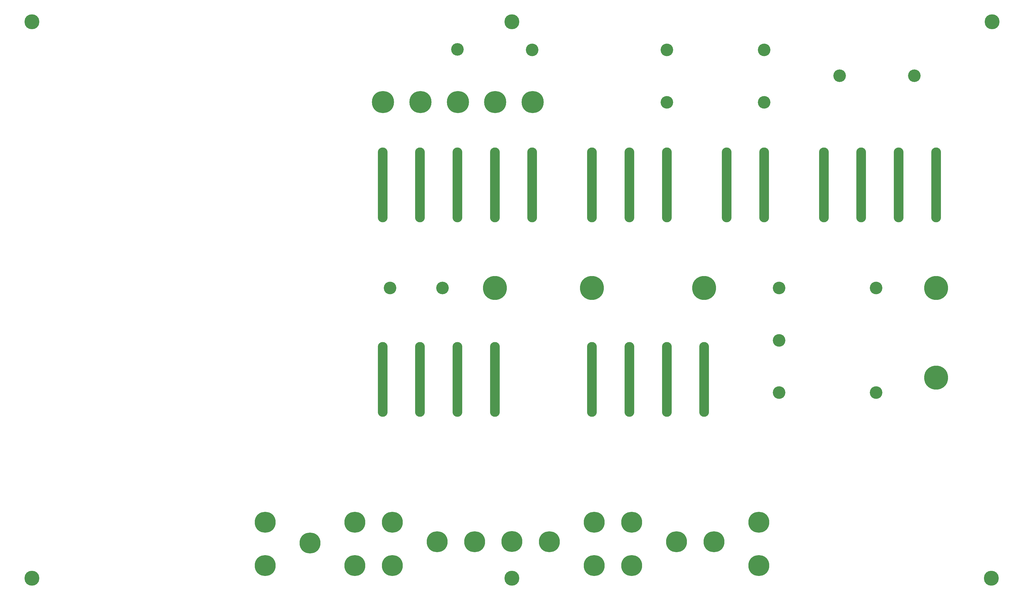
<source format=gbr>
%TF.GenerationSoftware,KiCad,Pcbnew,9.0.1*%
%TF.CreationDate,2025-10-30T11:07:37+00:00*%
%TF.ProjectId,WEASEL_KiCad,57454153-454c-45f4-9b69-4361642e6b69,rev?*%
%TF.SameCoordinates,Original*%
%TF.FileFunction,Soldermask,Bot*%
%TF.FilePolarity,Negative*%
%FSLAX46Y46*%
G04 Gerber Fmt 4.6, Leading zero omitted, Abs format (unit mm)*
G04 Created by KiCad (PCBNEW 9.0.1) date 2025-10-30 11:07:37*
%MOMM*%
%LPD*%
G01*
G04 APERTURE LIST*
%ADD10C,4.200000*%
%ADD11C,7.000000*%
%ADD12O,3.300000X25.000000*%
%ADD13C,8.000000*%
%ADD14C,5.000000*%
%ADD15C,7.400000*%
G04 APERTURE END LIST*
D10*
%TO.C,REF\u002A\u002A*%
X303747300Y-308000000D03*
%TD*%
D11*
%TO.C,REF\u002A\u002A*%
X182000000Y-392750000D03*
%TD*%
D12*
%TO.C,REF\u002A\u002A*%
X138750000Y-338500000D03*
%TD*%
%TO.C,REF\u002A\u002A*%
X253750000Y-273500000D03*
%TD*%
D10*
%TO.C,REF\u002A\u002A*%
X266250000Y-245880000D03*
%TD*%
D11*
%TO.C,REF\u002A\u002A*%
X129502700Y-400800000D03*
%TD*%
%TO.C,REF\u002A\u002A*%
X264502700Y-400800000D03*
%TD*%
%TO.C,REF\u002A\u002A*%
X209502700Y-400800000D03*
%TD*%
D13*
%TO.C,REF\u002A\u002A*%
X176247300Y-307965800D03*
%TD*%
D10*
%TO.C,REF\u002A\u002A*%
X303747300Y-342965800D03*
%TD*%
D12*
%TO.C,REF\u002A\u002A*%
X151250000Y-273500000D03*
%TD*%
D11*
%TO.C,REF\u002A\u002A*%
X157002700Y-392800000D03*
%TD*%
D14*
%TO.C,*%
X182000000Y-219000000D03*
%TD*%
D15*
%TO.C,REF\u002A\u002A*%
X138900000Y-245780000D03*
%TD*%
D10*
%TO.C,REF\u002A\u002A*%
X271247300Y-307965800D03*
%TD*%
D14*
%TO.C,*%
X21500000Y-405000000D03*
%TD*%
D10*
%TO.C,REF\u002A\u002A*%
X188750000Y-228380000D03*
%TD*%
D12*
%TO.C,REF\u002A\u002A*%
X208750000Y-338500000D03*
%TD*%
D10*
%TO.C,REF\u002A\u002A*%
X163750000Y-228250000D03*
%TD*%
D11*
%TO.C,REF\u002A\u002A*%
X209502700Y-386300000D03*
%TD*%
D15*
%TO.C,REF\u002A\u002A*%
X163900000Y-245780000D03*
%TD*%
D12*
%TO.C,REF\u002A\u002A*%
X246250000Y-338500000D03*
%TD*%
%TO.C,REF\u002A\u002A*%
X151250000Y-338500000D03*
%TD*%
D11*
%TO.C,REF\u002A\u002A*%
X222002700Y-400800000D03*
%TD*%
%TO.C,REF\u002A\u002A*%
X99500000Y-386300000D03*
%TD*%
D12*
%TO.C,REF\u002A\u002A*%
X163750000Y-273500000D03*
%TD*%
%TO.C,REF\u002A\u002A*%
X176250000Y-338500000D03*
%TD*%
%TO.C,REF\u002A\u002A*%
X163750000Y-338500000D03*
%TD*%
D10*
%TO.C,REF\u002A\u002A*%
X158747300Y-307965800D03*
%TD*%
D14*
%TO.C,*%
X342500000Y-219000000D03*
%TD*%
D15*
%TO.C,REF\u002A\u002A*%
X151400000Y-245780000D03*
%TD*%
%TO.C,REF\u002A\u002A*%
X176400000Y-245780000D03*
%TD*%
D12*
%TO.C,REF\u002A\u002A*%
X176250000Y-273500000D03*
%TD*%
D13*
%TO.C,REF\u002A\u002A*%
X208747300Y-307965800D03*
%TD*%
D12*
%TO.C,REF\u002A\u002A*%
X311250000Y-273500000D03*
%TD*%
%TO.C,REF\u002A\u002A*%
X323750000Y-273500000D03*
%TD*%
D10*
%TO.C,REF\u002A\u002A*%
X233750000Y-245880000D03*
%TD*%
%TO.C,REF\u002A\u002A*%
X271247300Y-342965800D03*
%TD*%
D11*
%TO.C,REF\u002A\u002A*%
X169502700Y-392800000D03*
%TD*%
D12*
%TO.C,REF\u002A\u002A*%
X233750000Y-338500000D03*
%TD*%
D11*
%TO.C,REF\u002A\u002A*%
X129502700Y-386300000D03*
%TD*%
%TO.C,REF\u002A\u002A*%
X99500000Y-400750000D03*
%TD*%
%TO.C,REF\u002A\u002A*%
X222002700Y-386300000D03*
%TD*%
D12*
%TO.C,REF\u002A\u002A*%
X286250000Y-273500000D03*
%TD*%
D14*
%TO.C,REF\u002A\u002A*%
X21500000Y-219000000D03*
%TD*%
D10*
%TO.C,REF\u002A\u002A*%
X316500000Y-237000000D03*
%TD*%
D11*
%TO.C,REF\u002A\u002A*%
X264502700Y-386270000D03*
%TD*%
D12*
%TO.C,REF\u002A\u002A*%
X188750000Y-273500000D03*
%TD*%
D14*
%TO.C,*%
X182000000Y-405000000D03*
%TD*%
D13*
%TO.C,REF\u002A\u002A*%
X323747300Y-337965800D03*
%TD*%
D12*
%TO.C,REF\u002A\u002A*%
X138750000Y-273500000D03*
%TD*%
D11*
%TO.C,REF\u002A\u002A*%
X142002700Y-386300000D03*
%TD*%
%TO.C,REF\u002A\u002A*%
X249502700Y-392800000D03*
%TD*%
D10*
%TO.C,REF\u002A\u002A*%
X291500000Y-237000000D03*
%TD*%
D11*
%TO.C,REF\u002A\u002A*%
X114500000Y-393250000D03*
%TD*%
D10*
%TO.C,REF\u002A\u002A*%
X141247300Y-307965800D03*
%TD*%
%TO.C,REF\u002A\u002A*%
X266250000Y-228380000D03*
%TD*%
D12*
%TO.C,REF\u002A\u002A*%
X221250000Y-273500000D03*
%TD*%
D14*
%TO.C,*%
X342250000Y-405000000D03*
%TD*%
D11*
%TO.C,REF\u002A\u002A*%
X237002700Y-392800000D03*
%TD*%
D12*
%TO.C,REF\u002A\u002A*%
X233750000Y-273500000D03*
%TD*%
D10*
%TO.C,REF\u002A\u002A*%
X233750000Y-228380000D03*
%TD*%
D13*
%TO.C,REF\u002A\u002A*%
X323747300Y-307965800D03*
%TD*%
D12*
%TO.C,REF\u002A\u002A*%
X208750000Y-273500000D03*
%TD*%
D11*
%TO.C,REF\u002A\u002A*%
X194502700Y-392800000D03*
%TD*%
D12*
%TO.C,REF\u002A\u002A*%
X266250000Y-273500000D03*
%TD*%
%TO.C,REF\u002A\u002A*%
X221250000Y-338500000D03*
%TD*%
D11*
%TO.C,REF\u002A\u002A*%
X142002700Y-400800000D03*
%TD*%
D10*
%TO.C,REF\u002A\u002A*%
X271247300Y-325465800D03*
%TD*%
D12*
%TO.C,REF\u002A\u002A*%
X298750000Y-273500000D03*
%TD*%
D13*
%TO.C,REF\u002A\u002A*%
X246247300Y-307965800D03*
%TD*%
D15*
%TO.C,REF\u002A\u002A*%
X188900000Y-245780000D03*
%TD*%
M02*

</source>
